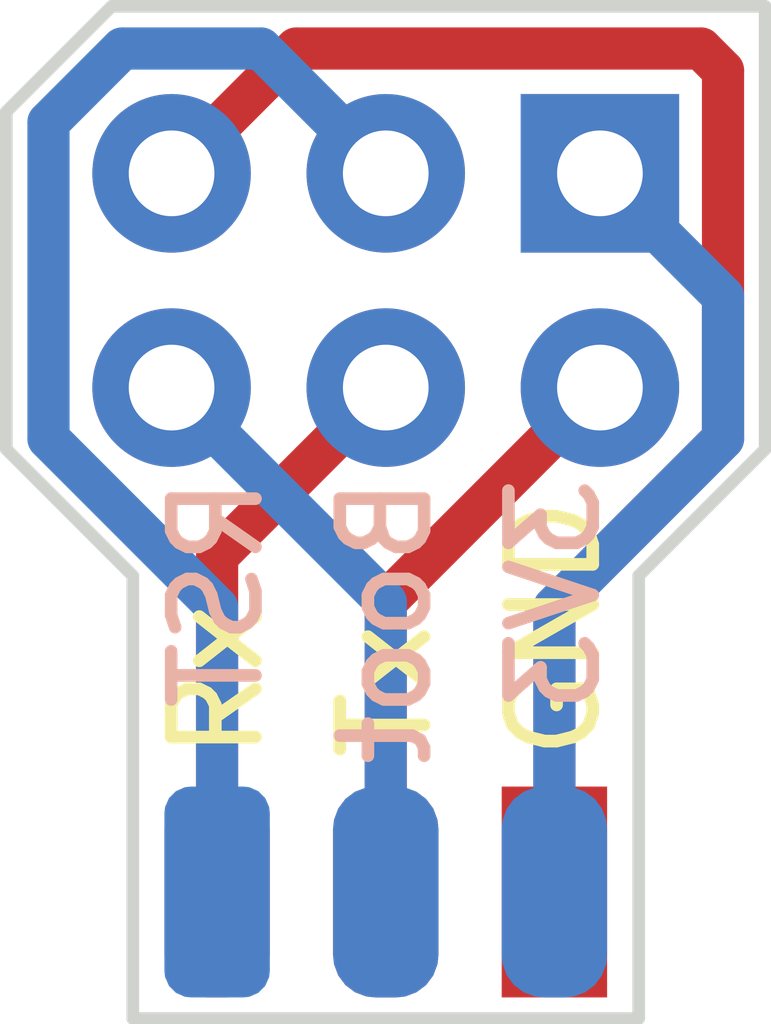
<source format=kicad_pcb>
(kicad_pcb (version 20211014) (generator pcbnew)
  (layers (0 "F.Cu" signal) (31 "B.Cu" signal) (34 "B.Paste" user) (35 "F.Paste" user) (36 "B.SilkS" user "B.Silkscreen") (37 "F.SilkS" user "F.Silkscreen") (38 "B.Mask" user) (39 "F.Mask" user) (44 "Edge.Cuts" user))
  (net 0 "")
  (net 1 "/GND")
  (net 2 "/Tx")
  (net 3 "/Rx")
  (net 4 "/3V3")
  (net 5 "/Boot0")
  (net 6 "/RST")
  (footprint "localstuff:Prog-Solder-2side" (layer "F.Cu") (at 32 38.25 90)
    (fp_text reference "J1" hide)
    (fp_text value "Conn_01x06" hide)
    (fp_text user "RST" (at 5 -2 90 unlocked) (layer "B.SilkS") (effects (justify left mirror)))
    (fp_text user "3V3" (at 5 2 90 unlocked) (layer "B.SilkS") (effects (justify left mirror)))
    (fp_text user "Boot" (at 5 0 90 unlocked) (layer "B.SilkS") (effects (justify left mirror)))
    (fp_text user "Tx" (at 1.5 0 90 unlocked) (layer "F.SilkS") (effects (justify left)))
    (fp_text user "Rx" (at 1.5 -2 90 unlocked) (layer "F.SilkS") (effects (justify left)))
    (fp_text user "GND" (at 1.5 2 90 unlocked) (layer "F.SilkS") (effects (justify left)))
    (pad "1" smd rect (at 0 2 90) (size 2.5 1.25) (layers "F.Cu" "F.Mask") (net 1 "/GND"))
    (pad "2" smd roundrect (at 0 0 90) (size 2.5 1.25) (layers "F.Cu" "F.Mask") (roundrect_rratio 0.4) (net 2 "/Tx"))
    (pad "3" smd roundrect (at 0 -2 90) (size 2.5 1.25) (layers "F.Cu" "F.Mask") (roundrect_rratio 0.4) (net 3 "/Rx"))
    (pad "4" smd roundrect (at 0 2 90) (size 2.5 1.25) (layers "B.Cu" "B.Mask") (roundrect_rratio 0.4) (net 4 "/3V3"))
    (pad "5" smd roundrect (at 0 0 90) (size 2.5 1.25) (layers "B.Cu" "B.Mask") (roundrect_rratio 0.4) (net 5 "/Boot0"))
    (pad "6" smd roundrect (at 0 -2 90) (size 2.5 1.25) (layers "B.Cu" "B.Mask") (net 6 "/RST"))
  )
  (footprint "localstuff:2X3-NS" (layer "F.Cu") (at 32 31 180)
    (fp_text reference "Prog1" hide)
    (fp_text value "PogoPad" hide)
    (pad "1" thru_hole rect locked (at -2.54 1.27 180) (size 1.8796 1.8796) (drill 1.016) (layers *.Cu *.Mask) (net 4 "/3V3"))
    (pad "2" thru_hole circle locked (at -2.54 -1.27 180) (size 1.8796 1.8796) (drill 1.016) (layers *.Cu *.Mask) (net 2 "/Tx"))
    (pad "3" thru_hole circle locked (at 0 1.27 180) (size 1.8796 1.8796) (drill 1.016) (layers *.Cu *.Mask) (net 6 "/RST"))
    (pad "4" thru_hole circle locked (at 0 -1.27 180) (size 1.8796 1.8796) (drill 1.016) (layers *.Cu *.Mask) (net 3 "/Rx"))
    (pad "5" thru_hole circle locked (at 2.54 1.27 180) (size 1.8796 1.8796) (drill 1.016) (layers *.Cu *.Mask) (net 1 "/GND"))
    (pad "6" thru_hole circle locked (at 2.54 -1.27 180) (size 1.8796 1.8796) (drill 1.016) (layers *.Cu *.Mask) (net 5 "/Boot0"))
  )
  (gr_line (start 29 39.75) (end 35 39.75) (layer "Edge.Cuts") (width 0.15))
  (gr_line (start 35 34.5) (end 36.5 33) (layer "Edge.Cuts") (width 0.15))
  (gr_line (start 28.75 27.75) (end 27.5 29) (layer "Edge.Cuts") (width 0.15))
  (gr_line (start 35 39.75) (end 35 34.5) (layer "Edge.Cuts") (width 0.15))
  (gr_line (start 29 34.5) (end 29 39.75) (layer "Edge.Cuts") (width 0.15))
  (gr_line (start 27.5 33) (end 29 34.5) (layer "Edge.Cuts") (width 0.15))
  (gr_line (start 36.5 33) (end 36.5 27.75) (layer "Edge.Cuts") (width 0.15))
  (gr_line (start 27.5 29) (end 27.5 33) (layer "Edge.Cuts") (width 0.15))
  (gr_line (start 36.5 27.75) (end 28.75 27.75) (layer "Edge.Cuts") (width 0.15))
  (segment (start 36 28.511378) (end 35.738622 28.25) (width 0.5) (layer "F.Cu") (net 1))
  (segment (start 34 38.25) (end 34 34.875) (width 0.5) (layer "F.Cu") (net 1))
  (segment (start 36 32.875) (end 36 28.511378) (width 0.5) (layer "F.Cu") (net 1))
  (segment (start 35.738622 28.25) (end 30.94 28.25) (width 0.5) (layer "F.Cu") (net 1))
  (segment (start 34 34.875) (end 36 32.875) (width 0.5) (layer "F.Cu") (net 1))
  (segment (start 30.94 28.25) (end 29.46 29.73) (width 0.5) (layer "F.Cu") (net 1))
  (segment (start 32 34.81) (end 34.54 32.27) (width 0.5) (layer "F.Cu") (net 2))
  (segment (start 32 38.25) (end 32 34.81) (width 0.5) (layer "F.Cu") (net 2))
  (segment (start 30 34.27) (end 32 32.27) (width 0.5) (layer "F.Cu") (net 3))
  (segment (start 30 38.25) (end 30 34.27) (width 0.5) (layer "F.Cu") (net 3))
  (segment (start 34 38.25) (end 34 34.875) (width 0.5) (layer "B.Cu") (net 4))
  (segment (start 36 32.875) (end 36 31.19) (width 0.5) (layer "B.Cu") (net 4))
  (segment (start 36 31.19) (end 34.54 29.73) (width 0.5) (layer "B.Cu") (net 4))
  (segment (start 34 34.875) (end 36 32.875) (width 0.5) (layer "B.Cu") (net 4))
  (segment (start 32 38.25) (end 32 34.81) (width 0.5) (layer "B.Cu") (net 5))
  (segment (start 32 34.81) (end 29.46 32.27) (width 0.5) (layer "B.Cu") (net 5))
  (segment (start 30.52 28.25) (end 32 29.73) (width 0.5) (layer "B.Cu") (net 6))
  (segment (start 28.875 28.25) (end 30.52 28.25) (width 0.5) (layer "B.Cu") (net 6))
  (segment (start 30 34.875) (end 28 32.875) (width 0.5) (layer "B.Cu") (net 6))
  (segment (start 30 38.25) (end 30 34.875) (width 0.5) (layer "B.Cu") (net 6))
  (segment (start 28 29.125) (end 28.875 28.25) (width 0.5) (layer "B.Cu") (net 6))
  (segment (start 28 32.875) (end 28 29.125) (width 0.5) (layer "B.Cu") (net 6))
)
</source>
